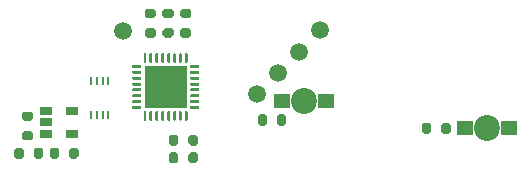
<source format=gbr>
%TF.GenerationSoftware,KiCad,Pcbnew,(5.1.8)-1*%
%TF.CreationDate,2021-04-26T00:43:02-04:00*%
%TF.ProjectId,Dogekey,446f6765-6b65-4792-9e6b-696361645f70,rev?*%
%TF.SameCoordinates,Original*%
%TF.FileFunction,Soldermask,Bot*%
%TF.FilePolarity,Negative*%
%FSLAX46Y46*%
G04 Gerber Fmt 4.6, Leading zero omitted, Abs format (unit mm)*
G04 Created by KiCad (PCBNEW (5.1.8)-1) date 2021-04-26 00:43:02*
%MOMM*%
%LPD*%
G01*
G04 APERTURE LIST*
%ADD10R,0.270000X0.750000*%
%ADD11R,3.600000X3.600000*%
%ADD12R,1.060000X0.650000*%
%ADD13R,1.400000X1.250000*%
%ADD14C,2.200000*%
%ADD15C,1.500000*%
G04 APERTURE END LIST*
D10*
%TO.C,U3*%
X35050000Y-61850000D03*
X34550000Y-61850000D03*
X34050000Y-61850000D03*
X33550000Y-61850000D03*
X33550000Y-58950000D03*
X34050000Y-58950000D03*
X34550000Y-58950000D03*
X35050000Y-58950000D03*
%TD*%
%TO.C,C1*%
G36*
G01*
X39825000Y-54525000D02*
X40375000Y-54525000D01*
G75*
G02*
X40575000Y-54725000I0J-200000D01*
G01*
X40575000Y-55125000D01*
G75*
G02*
X40375000Y-55325000I-200000J0D01*
G01*
X39825000Y-55325000D01*
G75*
G02*
X39625000Y-55125000I0J200000D01*
G01*
X39625000Y-54725000D01*
G75*
G02*
X39825000Y-54525000I200000J0D01*
G01*
G37*
G36*
G01*
X39825000Y-52875000D02*
X40375000Y-52875000D01*
G75*
G02*
X40575000Y-53075000I0J-200000D01*
G01*
X40575000Y-53475000D01*
G75*
G02*
X40375000Y-53675000I-200000J0D01*
G01*
X39825000Y-53675000D01*
G75*
G02*
X39625000Y-53475000I0J200000D01*
G01*
X39625000Y-53075000D01*
G75*
G02*
X39825000Y-52875000I200000J0D01*
G01*
G37*
%TD*%
%TO.C,C2*%
G36*
G01*
X42625000Y-65225000D02*
X42625000Y-65775000D01*
G75*
G02*
X42425000Y-65975000I-200000J0D01*
G01*
X42025000Y-65975000D01*
G75*
G02*
X41825000Y-65775000I0J200000D01*
G01*
X41825000Y-65225000D01*
G75*
G02*
X42025000Y-65025000I200000J0D01*
G01*
X42425000Y-65025000D01*
G75*
G02*
X42625000Y-65225000I0J-200000D01*
G01*
G37*
G36*
G01*
X40975000Y-65225000D02*
X40975000Y-65775000D01*
G75*
G02*
X40775000Y-65975000I-200000J0D01*
G01*
X40375000Y-65975000D01*
G75*
G02*
X40175000Y-65775000I0J200000D01*
G01*
X40175000Y-65225000D01*
G75*
G02*
X40375000Y-65025000I200000J0D01*
G01*
X40775000Y-65025000D01*
G75*
G02*
X40975000Y-65225000I0J-200000D01*
G01*
G37*
%TD*%
%TO.C,C3*%
G36*
G01*
X41875000Y-55325000D02*
X41325000Y-55325000D01*
G75*
G02*
X41125000Y-55125000I0J200000D01*
G01*
X41125000Y-54725000D01*
G75*
G02*
X41325000Y-54525000I200000J0D01*
G01*
X41875000Y-54525000D01*
G75*
G02*
X42075000Y-54725000I0J-200000D01*
G01*
X42075000Y-55125000D01*
G75*
G02*
X41875000Y-55325000I-200000J0D01*
G01*
G37*
G36*
G01*
X41875000Y-53675000D02*
X41325000Y-53675000D01*
G75*
G02*
X41125000Y-53475000I0J200000D01*
G01*
X41125000Y-53075000D01*
G75*
G02*
X41325000Y-52875000I200000J0D01*
G01*
X41875000Y-52875000D01*
G75*
G02*
X42075000Y-53075000I0J-200000D01*
G01*
X42075000Y-53475000D01*
G75*
G02*
X41875000Y-53675000I-200000J0D01*
G01*
G37*
%TD*%
%TO.C,C6*%
G36*
G01*
X27875000Y-64825000D02*
X27875000Y-65375000D01*
G75*
G02*
X27675000Y-65575000I-200000J0D01*
G01*
X27275000Y-65575000D01*
G75*
G02*
X27075000Y-65375000I0J200000D01*
G01*
X27075000Y-64825000D01*
G75*
G02*
X27275000Y-64625000I200000J0D01*
G01*
X27675000Y-64625000D01*
G75*
G02*
X27875000Y-64825000I0J-200000D01*
G01*
G37*
G36*
G01*
X29525000Y-64825000D02*
X29525000Y-65375000D01*
G75*
G02*
X29325000Y-65575000I-200000J0D01*
G01*
X28925000Y-65575000D01*
G75*
G02*
X28725000Y-65375000I0J200000D01*
G01*
X28725000Y-64825000D01*
G75*
G02*
X28925000Y-64625000I200000J0D01*
G01*
X29325000Y-64625000D01*
G75*
G02*
X29525000Y-64825000I0J-200000D01*
G01*
G37*
%TD*%
%TO.C,C7*%
G36*
G01*
X32525000Y-64825000D02*
X32525000Y-65375000D01*
G75*
G02*
X32325000Y-65575000I-200000J0D01*
G01*
X31925000Y-65575000D01*
G75*
G02*
X31725000Y-65375000I0J200000D01*
G01*
X31725000Y-64825000D01*
G75*
G02*
X31925000Y-64625000I200000J0D01*
G01*
X32325000Y-64625000D01*
G75*
G02*
X32525000Y-64825000I0J-200000D01*
G01*
G37*
G36*
G01*
X30875000Y-64825000D02*
X30875000Y-65375000D01*
G75*
G02*
X30675000Y-65575000I-200000J0D01*
G01*
X30275000Y-65575000D01*
G75*
G02*
X30075000Y-65375000I0J200000D01*
G01*
X30075000Y-64825000D01*
G75*
G02*
X30275000Y-64625000I200000J0D01*
G01*
X30675000Y-64625000D01*
G75*
G02*
X30875000Y-64825000I0J-200000D01*
G01*
G37*
%TD*%
%TO.C,R1*%
G36*
G01*
X27925000Y-61575000D02*
X28475000Y-61575000D01*
G75*
G02*
X28675000Y-61775000I0J-200000D01*
G01*
X28675000Y-62175000D01*
G75*
G02*
X28475000Y-62375000I-200000J0D01*
G01*
X27925000Y-62375000D01*
G75*
G02*
X27725000Y-62175000I0J200000D01*
G01*
X27725000Y-61775000D01*
G75*
G02*
X27925000Y-61575000I200000J0D01*
G01*
G37*
G36*
G01*
X27925000Y-63225000D02*
X28475000Y-63225000D01*
G75*
G02*
X28675000Y-63425000I0J-200000D01*
G01*
X28675000Y-63825000D01*
G75*
G02*
X28475000Y-64025000I-200000J0D01*
G01*
X27925000Y-64025000D01*
G75*
G02*
X27725000Y-63825000I0J200000D01*
G01*
X27725000Y-63425000D01*
G75*
G02*
X27925000Y-63225000I200000J0D01*
G01*
G37*
%TD*%
%TO.C,R2*%
G36*
G01*
X40975000Y-63725000D02*
X40975000Y-64275000D01*
G75*
G02*
X40775000Y-64475000I-200000J0D01*
G01*
X40375000Y-64475000D01*
G75*
G02*
X40175000Y-64275000I0J200000D01*
G01*
X40175000Y-63725000D01*
G75*
G02*
X40375000Y-63525000I200000J0D01*
G01*
X40775000Y-63525000D01*
G75*
G02*
X40975000Y-63725000I0J-200000D01*
G01*
G37*
G36*
G01*
X42625000Y-63725000D02*
X42625000Y-64275000D01*
G75*
G02*
X42425000Y-64475000I-200000J0D01*
G01*
X42025000Y-64475000D01*
G75*
G02*
X41825000Y-64275000I0J200000D01*
G01*
X41825000Y-63725000D01*
G75*
G02*
X42025000Y-63525000I200000J0D01*
G01*
X42425000Y-63525000D01*
G75*
G02*
X42625000Y-63725000I0J-200000D01*
G01*
G37*
%TD*%
%TO.C,R3*%
G36*
G01*
X50125000Y-62025000D02*
X50125000Y-62575000D01*
G75*
G02*
X49925000Y-62775000I-200000J0D01*
G01*
X49525000Y-62775000D01*
G75*
G02*
X49325000Y-62575000I0J200000D01*
G01*
X49325000Y-62025000D01*
G75*
G02*
X49525000Y-61825000I200000J0D01*
G01*
X49925000Y-61825000D01*
G75*
G02*
X50125000Y-62025000I0J-200000D01*
G01*
G37*
G36*
G01*
X48475000Y-62025000D02*
X48475000Y-62575000D01*
G75*
G02*
X48275000Y-62775000I-200000J0D01*
G01*
X47875000Y-62775000D01*
G75*
G02*
X47675000Y-62575000I0J200000D01*
G01*
X47675000Y-62025000D01*
G75*
G02*
X47875000Y-61825000I200000J0D01*
G01*
X48275000Y-61825000D01*
G75*
G02*
X48475000Y-62025000I0J-200000D01*
G01*
G37*
%TD*%
%TO.C,R4*%
G36*
G01*
X62375000Y-62725000D02*
X62375000Y-63275000D01*
G75*
G02*
X62175000Y-63475000I-200000J0D01*
G01*
X61775000Y-63475000D01*
G75*
G02*
X61575000Y-63275000I0J200000D01*
G01*
X61575000Y-62725000D01*
G75*
G02*
X61775000Y-62525000I200000J0D01*
G01*
X62175000Y-62525000D01*
G75*
G02*
X62375000Y-62725000I0J-200000D01*
G01*
G37*
G36*
G01*
X64025000Y-62725000D02*
X64025000Y-63275000D01*
G75*
G02*
X63825000Y-63475000I-200000J0D01*
G01*
X63425000Y-63475000D01*
G75*
G02*
X63225000Y-63275000I0J200000D01*
G01*
X63225000Y-62725000D01*
G75*
G02*
X63425000Y-62525000I200000J0D01*
G01*
X63825000Y-62525000D01*
G75*
G02*
X64025000Y-62725000I0J-200000D01*
G01*
G37*
%TD*%
%TO.C,R5*%
G36*
G01*
X38875000Y-53675000D02*
X38325000Y-53675000D01*
G75*
G02*
X38125000Y-53475000I0J200000D01*
G01*
X38125000Y-53075000D01*
G75*
G02*
X38325000Y-52875000I200000J0D01*
G01*
X38875000Y-52875000D01*
G75*
G02*
X39075000Y-53075000I0J-200000D01*
G01*
X39075000Y-53475000D01*
G75*
G02*
X38875000Y-53675000I-200000J0D01*
G01*
G37*
G36*
G01*
X38875000Y-55325000D02*
X38325000Y-55325000D01*
G75*
G02*
X38125000Y-55125000I0J200000D01*
G01*
X38125000Y-54725000D01*
G75*
G02*
X38325000Y-54525000I200000J0D01*
G01*
X38875000Y-54525000D01*
G75*
G02*
X39075000Y-54725000I0J-200000D01*
G01*
X39075000Y-55125000D01*
G75*
G02*
X38875000Y-55325000I-200000J0D01*
G01*
G37*
%TD*%
%TO.C,U1*%
G36*
G01*
X42750000Y-57687500D02*
X42750000Y-57812500D01*
G75*
G02*
X42687500Y-57875000I-62500J0D01*
G01*
X42012500Y-57875000D01*
G75*
G02*
X41950000Y-57812500I0J62500D01*
G01*
X41950000Y-57687500D01*
G75*
G02*
X42012500Y-57625000I62500J0D01*
G01*
X42687500Y-57625000D01*
G75*
G02*
X42750000Y-57687500I0J-62500D01*
G01*
G37*
G36*
G01*
X42750000Y-58187500D02*
X42750000Y-58312500D01*
G75*
G02*
X42687500Y-58375000I-62500J0D01*
G01*
X42012500Y-58375000D01*
G75*
G02*
X41950000Y-58312500I0J62500D01*
G01*
X41950000Y-58187500D01*
G75*
G02*
X42012500Y-58125000I62500J0D01*
G01*
X42687500Y-58125000D01*
G75*
G02*
X42750000Y-58187500I0J-62500D01*
G01*
G37*
G36*
G01*
X42750000Y-58687500D02*
X42750000Y-58812500D01*
G75*
G02*
X42687500Y-58875000I-62500J0D01*
G01*
X42012500Y-58875000D01*
G75*
G02*
X41950000Y-58812500I0J62500D01*
G01*
X41950000Y-58687500D01*
G75*
G02*
X42012500Y-58625000I62500J0D01*
G01*
X42687500Y-58625000D01*
G75*
G02*
X42750000Y-58687500I0J-62500D01*
G01*
G37*
G36*
G01*
X42750000Y-59187500D02*
X42750000Y-59312500D01*
G75*
G02*
X42687500Y-59375000I-62500J0D01*
G01*
X42012500Y-59375000D01*
G75*
G02*
X41950000Y-59312500I0J62500D01*
G01*
X41950000Y-59187500D01*
G75*
G02*
X42012500Y-59125000I62500J0D01*
G01*
X42687500Y-59125000D01*
G75*
G02*
X42750000Y-59187500I0J-62500D01*
G01*
G37*
G36*
G01*
X42750000Y-59687500D02*
X42750000Y-59812500D01*
G75*
G02*
X42687500Y-59875000I-62500J0D01*
G01*
X42012500Y-59875000D01*
G75*
G02*
X41950000Y-59812500I0J62500D01*
G01*
X41950000Y-59687500D01*
G75*
G02*
X42012500Y-59625000I62500J0D01*
G01*
X42687500Y-59625000D01*
G75*
G02*
X42750000Y-59687500I0J-62500D01*
G01*
G37*
G36*
G01*
X42750000Y-60187500D02*
X42750000Y-60312500D01*
G75*
G02*
X42687500Y-60375000I-62500J0D01*
G01*
X42012500Y-60375000D01*
G75*
G02*
X41950000Y-60312500I0J62500D01*
G01*
X41950000Y-60187500D01*
G75*
G02*
X42012500Y-60125000I62500J0D01*
G01*
X42687500Y-60125000D01*
G75*
G02*
X42750000Y-60187500I0J-62500D01*
G01*
G37*
G36*
G01*
X42750000Y-60687500D02*
X42750000Y-60812500D01*
G75*
G02*
X42687500Y-60875000I-62500J0D01*
G01*
X42012500Y-60875000D01*
G75*
G02*
X41950000Y-60812500I0J62500D01*
G01*
X41950000Y-60687500D01*
G75*
G02*
X42012500Y-60625000I62500J0D01*
G01*
X42687500Y-60625000D01*
G75*
G02*
X42750000Y-60687500I0J-62500D01*
G01*
G37*
G36*
G01*
X42750000Y-61187500D02*
X42750000Y-61312500D01*
G75*
G02*
X42687500Y-61375000I-62500J0D01*
G01*
X42012500Y-61375000D01*
G75*
G02*
X41950000Y-61312500I0J62500D01*
G01*
X41950000Y-61187500D01*
G75*
G02*
X42012500Y-61125000I62500J0D01*
G01*
X42687500Y-61125000D01*
G75*
G02*
X42750000Y-61187500I0J-62500D01*
G01*
G37*
G36*
G01*
X41775000Y-61612500D02*
X41775000Y-62287500D01*
G75*
G02*
X41712500Y-62350000I-62500J0D01*
G01*
X41587500Y-62350000D01*
G75*
G02*
X41525000Y-62287500I0J62500D01*
G01*
X41525000Y-61612500D01*
G75*
G02*
X41587500Y-61550000I62500J0D01*
G01*
X41712500Y-61550000D01*
G75*
G02*
X41775000Y-61612500I0J-62500D01*
G01*
G37*
G36*
G01*
X41275000Y-61612500D02*
X41275000Y-62287500D01*
G75*
G02*
X41212500Y-62350000I-62500J0D01*
G01*
X41087500Y-62350000D01*
G75*
G02*
X41025000Y-62287500I0J62500D01*
G01*
X41025000Y-61612500D01*
G75*
G02*
X41087500Y-61550000I62500J0D01*
G01*
X41212500Y-61550000D01*
G75*
G02*
X41275000Y-61612500I0J-62500D01*
G01*
G37*
G36*
G01*
X40775000Y-61612500D02*
X40775000Y-62287500D01*
G75*
G02*
X40712500Y-62350000I-62500J0D01*
G01*
X40587500Y-62350000D01*
G75*
G02*
X40525000Y-62287500I0J62500D01*
G01*
X40525000Y-61612500D01*
G75*
G02*
X40587500Y-61550000I62500J0D01*
G01*
X40712500Y-61550000D01*
G75*
G02*
X40775000Y-61612500I0J-62500D01*
G01*
G37*
G36*
G01*
X40275000Y-61612500D02*
X40275000Y-62287500D01*
G75*
G02*
X40212500Y-62350000I-62500J0D01*
G01*
X40087500Y-62350000D01*
G75*
G02*
X40025000Y-62287500I0J62500D01*
G01*
X40025000Y-61612500D01*
G75*
G02*
X40087500Y-61550000I62500J0D01*
G01*
X40212500Y-61550000D01*
G75*
G02*
X40275000Y-61612500I0J-62500D01*
G01*
G37*
G36*
G01*
X39775000Y-61612500D02*
X39775000Y-62287500D01*
G75*
G02*
X39712500Y-62350000I-62500J0D01*
G01*
X39587500Y-62350000D01*
G75*
G02*
X39525000Y-62287500I0J62500D01*
G01*
X39525000Y-61612500D01*
G75*
G02*
X39587500Y-61550000I62500J0D01*
G01*
X39712500Y-61550000D01*
G75*
G02*
X39775000Y-61612500I0J-62500D01*
G01*
G37*
G36*
G01*
X39275000Y-61612500D02*
X39275000Y-62287500D01*
G75*
G02*
X39212500Y-62350000I-62500J0D01*
G01*
X39087500Y-62350000D01*
G75*
G02*
X39025000Y-62287500I0J62500D01*
G01*
X39025000Y-61612500D01*
G75*
G02*
X39087500Y-61550000I62500J0D01*
G01*
X39212500Y-61550000D01*
G75*
G02*
X39275000Y-61612500I0J-62500D01*
G01*
G37*
G36*
G01*
X38775000Y-61612500D02*
X38775000Y-62287500D01*
G75*
G02*
X38712500Y-62350000I-62500J0D01*
G01*
X38587500Y-62350000D01*
G75*
G02*
X38525000Y-62287500I0J62500D01*
G01*
X38525000Y-61612500D01*
G75*
G02*
X38587500Y-61550000I62500J0D01*
G01*
X38712500Y-61550000D01*
G75*
G02*
X38775000Y-61612500I0J-62500D01*
G01*
G37*
G36*
G01*
X38275000Y-61612500D02*
X38275000Y-62287500D01*
G75*
G02*
X38212500Y-62350000I-62500J0D01*
G01*
X38087500Y-62350000D01*
G75*
G02*
X38025000Y-62287500I0J62500D01*
G01*
X38025000Y-61612500D01*
G75*
G02*
X38087500Y-61550000I62500J0D01*
G01*
X38212500Y-61550000D01*
G75*
G02*
X38275000Y-61612500I0J-62500D01*
G01*
G37*
G36*
G01*
X37850000Y-61187500D02*
X37850000Y-61312500D01*
G75*
G02*
X37787500Y-61375000I-62500J0D01*
G01*
X37112500Y-61375000D01*
G75*
G02*
X37050000Y-61312500I0J62500D01*
G01*
X37050000Y-61187500D01*
G75*
G02*
X37112500Y-61125000I62500J0D01*
G01*
X37787500Y-61125000D01*
G75*
G02*
X37850000Y-61187500I0J-62500D01*
G01*
G37*
G36*
G01*
X37850000Y-60687500D02*
X37850000Y-60812500D01*
G75*
G02*
X37787500Y-60875000I-62500J0D01*
G01*
X37112500Y-60875000D01*
G75*
G02*
X37050000Y-60812500I0J62500D01*
G01*
X37050000Y-60687500D01*
G75*
G02*
X37112500Y-60625000I62500J0D01*
G01*
X37787500Y-60625000D01*
G75*
G02*
X37850000Y-60687500I0J-62500D01*
G01*
G37*
G36*
G01*
X37850000Y-60187500D02*
X37850000Y-60312500D01*
G75*
G02*
X37787500Y-60375000I-62500J0D01*
G01*
X37112500Y-60375000D01*
G75*
G02*
X37050000Y-60312500I0J62500D01*
G01*
X37050000Y-60187500D01*
G75*
G02*
X37112500Y-60125000I62500J0D01*
G01*
X37787500Y-60125000D01*
G75*
G02*
X37850000Y-60187500I0J-62500D01*
G01*
G37*
G36*
G01*
X37850000Y-59687500D02*
X37850000Y-59812500D01*
G75*
G02*
X37787500Y-59875000I-62500J0D01*
G01*
X37112500Y-59875000D01*
G75*
G02*
X37050000Y-59812500I0J62500D01*
G01*
X37050000Y-59687500D01*
G75*
G02*
X37112500Y-59625000I62500J0D01*
G01*
X37787500Y-59625000D01*
G75*
G02*
X37850000Y-59687500I0J-62500D01*
G01*
G37*
G36*
G01*
X37850000Y-59187500D02*
X37850000Y-59312500D01*
G75*
G02*
X37787500Y-59375000I-62500J0D01*
G01*
X37112500Y-59375000D01*
G75*
G02*
X37050000Y-59312500I0J62500D01*
G01*
X37050000Y-59187500D01*
G75*
G02*
X37112500Y-59125000I62500J0D01*
G01*
X37787500Y-59125000D01*
G75*
G02*
X37850000Y-59187500I0J-62500D01*
G01*
G37*
G36*
G01*
X37850000Y-58687500D02*
X37850000Y-58812500D01*
G75*
G02*
X37787500Y-58875000I-62500J0D01*
G01*
X37112500Y-58875000D01*
G75*
G02*
X37050000Y-58812500I0J62500D01*
G01*
X37050000Y-58687500D01*
G75*
G02*
X37112500Y-58625000I62500J0D01*
G01*
X37787500Y-58625000D01*
G75*
G02*
X37850000Y-58687500I0J-62500D01*
G01*
G37*
G36*
G01*
X37850000Y-58187500D02*
X37850000Y-58312500D01*
G75*
G02*
X37787500Y-58375000I-62500J0D01*
G01*
X37112500Y-58375000D01*
G75*
G02*
X37050000Y-58312500I0J62500D01*
G01*
X37050000Y-58187500D01*
G75*
G02*
X37112500Y-58125000I62500J0D01*
G01*
X37787500Y-58125000D01*
G75*
G02*
X37850000Y-58187500I0J-62500D01*
G01*
G37*
G36*
G01*
X37850000Y-57687500D02*
X37850000Y-57812500D01*
G75*
G02*
X37787500Y-57875000I-62500J0D01*
G01*
X37112500Y-57875000D01*
G75*
G02*
X37050000Y-57812500I0J62500D01*
G01*
X37050000Y-57687500D01*
G75*
G02*
X37112500Y-57625000I62500J0D01*
G01*
X37787500Y-57625000D01*
G75*
G02*
X37850000Y-57687500I0J-62500D01*
G01*
G37*
G36*
G01*
X38275000Y-56712500D02*
X38275000Y-57387500D01*
G75*
G02*
X38212500Y-57450000I-62500J0D01*
G01*
X38087500Y-57450000D01*
G75*
G02*
X38025000Y-57387500I0J62500D01*
G01*
X38025000Y-56712500D01*
G75*
G02*
X38087500Y-56650000I62500J0D01*
G01*
X38212500Y-56650000D01*
G75*
G02*
X38275000Y-56712500I0J-62500D01*
G01*
G37*
G36*
G01*
X38775000Y-56712500D02*
X38775000Y-57387500D01*
G75*
G02*
X38712500Y-57450000I-62500J0D01*
G01*
X38587500Y-57450000D01*
G75*
G02*
X38525000Y-57387500I0J62500D01*
G01*
X38525000Y-56712500D01*
G75*
G02*
X38587500Y-56650000I62500J0D01*
G01*
X38712500Y-56650000D01*
G75*
G02*
X38775000Y-56712500I0J-62500D01*
G01*
G37*
G36*
G01*
X39275000Y-56712500D02*
X39275000Y-57387500D01*
G75*
G02*
X39212500Y-57450000I-62500J0D01*
G01*
X39087500Y-57450000D01*
G75*
G02*
X39025000Y-57387500I0J62500D01*
G01*
X39025000Y-56712500D01*
G75*
G02*
X39087500Y-56650000I62500J0D01*
G01*
X39212500Y-56650000D01*
G75*
G02*
X39275000Y-56712500I0J-62500D01*
G01*
G37*
G36*
G01*
X39775000Y-56712500D02*
X39775000Y-57387500D01*
G75*
G02*
X39712500Y-57450000I-62500J0D01*
G01*
X39587500Y-57450000D01*
G75*
G02*
X39525000Y-57387500I0J62500D01*
G01*
X39525000Y-56712500D01*
G75*
G02*
X39587500Y-56650000I62500J0D01*
G01*
X39712500Y-56650000D01*
G75*
G02*
X39775000Y-56712500I0J-62500D01*
G01*
G37*
G36*
G01*
X40275000Y-56712500D02*
X40275000Y-57387500D01*
G75*
G02*
X40212500Y-57450000I-62500J0D01*
G01*
X40087500Y-57450000D01*
G75*
G02*
X40025000Y-57387500I0J62500D01*
G01*
X40025000Y-56712500D01*
G75*
G02*
X40087500Y-56650000I62500J0D01*
G01*
X40212500Y-56650000D01*
G75*
G02*
X40275000Y-56712500I0J-62500D01*
G01*
G37*
G36*
G01*
X40775000Y-56712500D02*
X40775000Y-57387500D01*
G75*
G02*
X40712500Y-57450000I-62500J0D01*
G01*
X40587500Y-57450000D01*
G75*
G02*
X40525000Y-57387500I0J62500D01*
G01*
X40525000Y-56712500D01*
G75*
G02*
X40587500Y-56650000I62500J0D01*
G01*
X40712500Y-56650000D01*
G75*
G02*
X40775000Y-56712500I0J-62500D01*
G01*
G37*
G36*
G01*
X41275000Y-56712500D02*
X41275000Y-57387500D01*
G75*
G02*
X41212500Y-57450000I-62500J0D01*
G01*
X41087500Y-57450000D01*
G75*
G02*
X41025000Y-57387500I0J62500D01*
G01*
X41025000Y-56712500D01*
G75*
G02*
X41087500Y-56650000I62500J0D01*
G01*
X41212500Y-56650000D01*
G75*
G02*
X41275000Y-56712500I0J-62500D01*
G01*
G37*
G36*
G01*
X41775000Y-56712500D02*
X41775000Y-57387500D01*
G75*
G02*
X41712500Y-57450000I-62500J0D01*
G01*
X41587500Y-57450000D01*
G75*
G02*
X41525000Y-57387500I0J62500D01*
G01*
X41525000Y-56712500D01*
G75*
G02*
X41587500Y-56650000I62500J0D01*
G01*
X41712500Y-56650000D01*
G75*
G02*
X41775000Y-56712500I0J-62500D01*
G01*
G37*
D11*
X39900000Y-59500000D03*
%TD*%
D12*
%TO.C,U2*%
X29800000Y-63450000D03*
X29800000Y-62500000D03*
X29800000Y-61550000D03*
X32000000Y-61550000D03*
X32000000Y-63450000D03*
%TD*%
D13*
%TO.C,U4*%
X49750000Y-60700000D03*
X53450000Y-60700000D03*
D14*
X51600000Y-60700000D03*
%TD*%
%TO.C,U5*%
X67100000Y-63000000D03*
D13*
X68950000Y-63000000D03*
X65250000Y-63000000D03*
%TD*%
D15*
%TO.C,TP1*%
X47600000Y-60100000D03*
%TD*%
%TO.C,TP2*%
X49400000Y-58300000D03*
%TD*%
%TO.C,TP3*%
X51200000Y-56500000D03*
%TD*%
%TO.C,TP4*%
X53000000Y-54700000D03*
%TD*%
%TO.C,TP5*%
X36300000Y-54800000D03*
%TD*%
M02*

</source>
